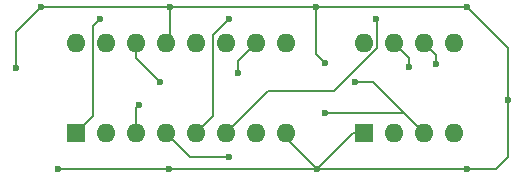
<source format=gbr>
%TF.GenerationSoftware,KiCad,Pcbnew,7.0.11+dfsg-1build4*%
%TF.CreationDate,2025-10-24T22:04:28+11:00*%
%TF.ProjectId,usb-ic,7573622d-6963-42e6-9b69-6361645f7063,rev?*%
%TF.SameCoordinates,Original*%
%TF.FileFunction,Copper,L2,Bot*%
%TF.FilePolarity,Positive*%
%FSLAX46Y46*%
G04 Gerber Fmt 4.6, Leading zero omitted, Abs format (unit mm)*
G04 Created by KiCad (PCBNEW 7.0.11+dfsg-1build4) date 2025-10-24 22:04:28*
%MOMM*%
%LPD*%
G01*
G04 APERTURE LIST*
%TA.AperFunction,ComponentPad*%
%ADD10R,1.600000X1.600000*%
%TD*%
%TA.AperFunction,ComponentPad*%
%ADD11O,1.600000X1.600000*%
%TD*%
%TA.AperFunction,ViaPad*%
%ADD12C,0.600000*%
%TD*%
%TA.AperFunction,Conductor*%
%ADD13C,0.200000*%
%TD*%
G04 APERTURE END LIST*
D10*
%TO.P,U1,1,GND*%
%TO.N,Net-(D1-K)*%
X176530000Y-109464000D03*
D11*
%TO.P,U1,2,TR*%
%TO.N,Net-(U1-THR)*%
X179070000Y-109464000D03*
%TO.P,U1,3,Q*%
%TO.N,Net-(U1-Q)*%
X181610000Y-109464000D03*
%TO.P,U1,4,R*%
%TO.N,Net-(U1-R)*%
X184150000Y-109464000D03*
%TO.P,U1,5,CV*%
%TO.N,unconnected-(U1-CV-Pad5)*%
X184150000Y-101844000D03*
%TO.P,U1,6,THR*%
%TO.N,Net-(U1-THR)*%
X181610000Y-101844000D03*
%TO.P,U1,7,DIS*%
%TO.N,Net-(U1-DIS)*%
X179070000Y-101844000D03*
%TO.P,U1,8,VCC*%
%TO.N,Net-(U1-R)*%
X176530000Y-101844000D03*
%TD*%
D10*
%TO.P,U2,1,Q5*%
%TO.N,Net-(U2-Q5)*%
X152146000Y-109474000D03*
D11*
%TO.P,U2,2,Q1*%
%TO.N,Net-(U2-Q1)*%
X154686000Y-109474000D03*
%TO.P,U2,3,Q0*%
%TO.N,Net-(U2-Q0)*%
X157226000Y-109474000D03*
%TO.P,U2,4,Q2*%
%TO.N,Net-(U2-Q2)*%
X159766000Y-109474000D03*
%TO.P,U2,5,Q6*%
%TO.N,Net-(U2-Q6)*%
X162306000Y-109474000D03*
%TO.P,U2,6,Q7*%
%TO.N,Net-(U2-Q7)*%
X164846000Y-109474000D03*
%TO.P,U2,7,Q3*%
%TO.N,Net-(U2-Q3)*%
X167386000Y-109474000D03*
%TO.P,U2,8,VSS*%
%TO.N,Net-(D1-K)*%
X169926000Y-109474000D03*
%TO.P,U2,9,Q8*%
%TO.N,Net-(U2-Q8)*%
X169926000Y-101854000D03*
%TO.P,U2,10,Q4*%
%TO.N,Net-(U2-Q4)*%
X167386000Y-101854000D03*
%TO.P,U2,11,Q9*%
%TO.N,Net-(U2-Q9)*%
X164846000Y-101854000D03*
%TO.P,U2,12,Cout*%
%TO.N,unconnected-(U2-Cout-Pad12)*%
X162306000Y-101854000D03*
%TO.P,U2,13,CKEN*%
%TO.N,Net-(D1-K)*%
X159766000Y-101854000D03*
%TO.P,U2,14,CLK*%
%TO.N,Net-(U1-Q)*%
X157226000Y-101854000D03*
%TO.P,U2,15,Reset*%
%TO.N,Net-(U2-Q9)*%
X154686000Y-101854000D03*
%TO.P,U2,16,VDD*%
%TO.N,Net-(U1-R)*%
X152146000Y-101854000D03*
%TD*%
D12*
%TO.N,Net-(D1-K)*%
X172539000Y-112522000D03*
X160093000Y-98806000D03*
X173228000Y-103564000D03*
X147066000Y-103959000D03*
X172466000Y-98806000D03*
X188712000Y-106680000D03*
X185239000Y-112522000D03*
X160020000Y-112522000D03*
X185239000Y-98806000D03*
X149171000Y-98806000D03*
X150622000Y-112522000D03*
%TO.N,Net-(U1-THR)*%
X182626000Y-103632000D03*
%TO.N,Net-(U1-Q)*%
X159258000Y-105156000D03*
X173228000Y-107764000D03*
X175768000Y-105156000D03*
%TO.N,Net-(U1-DIS)*%
X180340000Y-103886000D03*
%TO.N,Net-(U2-Q0)*%
X157480000Y-107096000D03*
%TO.N,Net-(U2-Q2)*%
X165100000Y-111506000D03*
%TO.N,Net-(U2-Q4)*%
X165862000Y-104394000D03*
%TO.N,Net-(U2-Q5)*%
X154178000Y-99822000D03*
%TO.N,Net-(U2-Q6)*%
X165100000Y-99822000D03*
%TO.N,Net-(U2-Q7)*%
X177546000Y-99822000D03*
%TD*%
D13*
%TO.N,Net-(D1-K)*%
X172539000Y-112522000D02*
X175597000Y-109464000D01*
X172466000Y-98806000D02*
X172466000Y-102802000D01*
X160020000Y-112522000D02*
X172539000Y-112522000D01*
X169926000Y-109909000D02*
X169926000Y-109474000D01*
X188712000Y-111516000D02*
X188712000Y-106680000D01*
X160093000Y-98806000D02*
X160093000Y-101527000D01*
X172466000Y-102802000D02*
X173228000Y-103564000D01*
X147066000Y-100911000D02*
X147066000Y-103959000D01*
X188712000Y-102279000D02*
X185239000Y-98806000D01*
X188712000Y-106680000D02*
X188712000Y-102279000D01*
X175597000Y-109464000D02*
X176530000Y-109464000D01*
X187706000Y-112522000D02*
X188712000Y-111516000D01*
X185239000Y-112522000D02*
X187706000Y-112522000D01*
X150622000Y-112522000D02*
X160020000Y-112522000D01*
X172539000Y-112522000D02*
X185239000Y-112522000D01*
X149171000Y-98806000D02*
X147066000Y-100911000D01*
X172466000Y-98806000D02*
X160093000Y-98806000D01*
X160093000Y-98806000D02*
X149171000Y-98806000D01*
X160093000Y-101527000D02*
X159766000Y-101854000D01*
X185239000Y-98806000D02*
X172466000Y-98806000D01*
X172539000Y-112522000D02*
X169926000Y-109909000D01*
%TO.N,Net-(U1-THR)*%
X182626000Y-102860000D02*
X181610000Y-101844000D01*
X182626000Y-103632000D02*
X182626000Y-102860000D01*
%TO.N,Net-(U1-Q)*%
X177302000Y-105156000D02*
X175768000Y-105156000D01*
X157226000Y-103124000D02*
X157226000Y-101854000D01*
X159258000Y-105156000D02*
X157226000Y-103124000D01*
X181610000Y-109464000D02*
X177302000Y-105156000D01*
X181610000Y-109464000D02*
X179910000Y-107764000D01*
X179910000Y-107764000D02*
X173228000Y-107764000D01*
%TO.N,Net-(U1-DIS)*%
X180340000Y-103114000D02*
X179070000Y-101844000D01*
X180340000Y-103886000D02*
X180340000Y-103114000D01*
%TO.N,Net-(U2-Q0)*%
X157480000Y-107096000D02*
X157226000Y-107350000D01*
X157226000Y-107350000D02*
X157226000Y-109474000D01*
%TO.N,Net-(U2-Q2)*%
X165100000Y-111506000D02*
X161798000Y-111506000D01*
X161798000Y-111506000D02*
X159766000Y-109474000D01*
%TO.N,Net-(U2-Q4)*%
X165862000Y-104394000D02*
X165862000Y-103378000D01*
X165862000Y-103378000D02*
X167386000Y-101854000D01*
%TO.N,Net-(U2-Q5)*%
X154178000Y-99822000D02*
X153586000Y-100414000D01*
X153586000Y-108034000D02*
X152146000Y-109474000D01*
X153586000Y-100414000D02*
X153586000Y-108034000D01*
%TO.N,Net-(U2-Q6)*%
X165100000Y-99822000D02*
X163746000Y-101176000D01*
X163746000Y-101176000D02*
X163746000Y-108034000D01*
X163746000Y-108034000D02*
X162306000Y-109474000D01*
%TO.N,Net-(U2-Q7)*%
X177546000Y-99822000D02*
X177630000Y-99906000D01*
X177630000Y-102299635D02*
X174011635Y-105918000D01*
X174011635Y-105918000D02*
X168402000Y-105918000D01*
X168402000Y-105918000D02*
X164846000Y-109474000D01*
X177630000Y-99906000D02*
X177630000Y-102299635D01*
%TD*%
M02*

</source>
